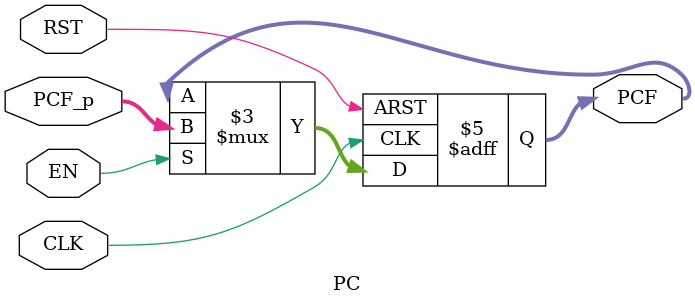
<source format=v>
module PC (
    input       wire        [31:0]      PCF_p,
    input       wire                    EN,
    input       wire                    CLK,
    input       wire                    RST,
    output      reg         [31:0]      PCF
);


always @ (posedge CLK or negedge RST) 
    begin
        if (!RST)
            PCF <= 0;
        else
            begin
                if (EN)
                    PCF <= PCF_p;
            end
    end


endmodule

</source>
